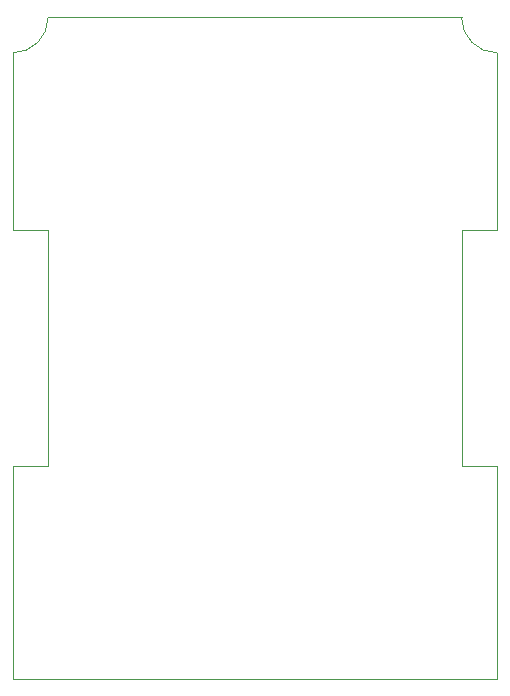
<source format=gbr>
G04 #@! TF.FileFunction,Profile,NP*
%FSLAX46Y46*%
G04 Gerber Fmt 4.6, Leading zero omitted, Abs format (unit mm)*
G04 Created by KiCad (PCBNEW 4.0.7) date 07/08/18 15:45:41*
%MOMM*%
%LPD*%
G01*
G04 APERTURE LIST*
%ADD10C,0.100000*%
G04 APERTURE END LIST*
D10*
X155000000Y-73000000D02*
X120000000Y-73000000D01*
X155000000Y-73000000D02*
G75*
G03X158000000Y-76000000I3000000J0D01*
G01*
X117000000Y-76000000D02*
G75*
G03X120000000Y-73000000I0J3000000D01*
G01*
X117000000Y-91000000D02*
X117000000Y-76000000D01*
X158000000Y-91000000D02*
X158000000Y-76000000D01*
X120000000Y-91000000D02*
X117000000Y-91000000D01*
X155000000Y-91000000D02*
X158000000Y-91000000D01*
X120000000Y-111000000D02*
X120000000Y-91000000D01*
X155000000Y-111000000D02*
X155000000Y-91000000D01*
X117000000Y-111000000D02*
X120000000Y-111000000D01*
X158000000Y-111000000D02*
X155000000Y-111000000D01*
X117000000Y-129000000D02*
X117000000Y-111000000D01*
X158000000Y-129000000D02*
X158000000Y-111000000D01*
X117000000Y-129000000D02*
X158000000Y-129000000D01*
M02*

</source>
